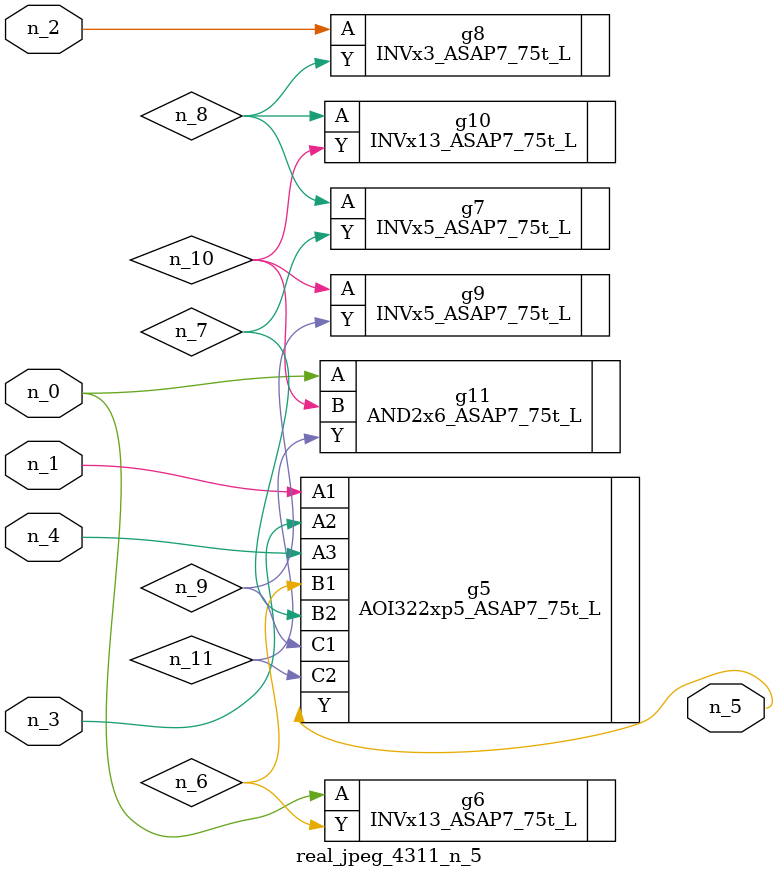
<source format=v>
module real_jpeg_4311_n_5 (n_4, n_0, n_1, n_2, n_3, n_5);

input n_4;
input n_0;
input n_1;
input n_2;
input n_3;

output n_5;

wire n_8;
wire n_11;
wire n_6;
wire n_7;
wire n_10;
wire n_9;

INVx13_ASAP7_75t_L g6 ( 
.A(n_0),
.Y(n_6)
);

AND2x6_ASAP7_75t_L g11 ( 
.A(n_0),
.B(n_10),
.Y(n_11)
);

AOI322xp5_ASAP7_75t_L g5 ( 
.A1(n_1),
.A2(n_3),
.A3(n_4),
.B1(n_6),
.B2(n_7),
.C1(n_9),
.C2(n_11),
.Y(n_5)
);

INVx3_ASAP7_75t_L g8 ( 
.A(n_2),
.Y(n_8)
);

INVx5_ASAP7_75t_L g7 ( 
.A(n_8),
.Y(n_7)
);

INVx13_ASAP7_75t_L g10 ( 
.A(n_8),
.Y(n_10)
);

INVx5_ASAP7_75t_L g9 ( 
.A(n_10),
.Y(n_9)
);


endmodule
</source>
